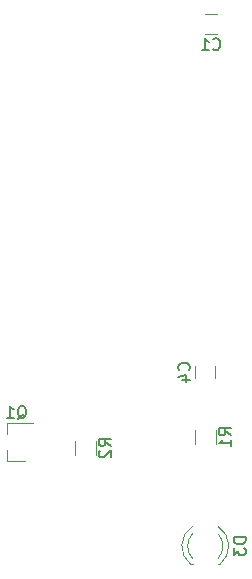
<source format=gbr>
G04 #@! TF.FileFunction,Legend,Bot*
%FSLAX46Y46*%
G04 Gerber Fmt 4.6, Leading zero omitted, Abs format (unit mm)*
G04 Created by KiCad (PCBNEW 4.0.7-e2-6376~58~ubuntu16.04.1) date Wed Nov  1 22:14:58 2017*
%MOMM*%
%LPD*%
G01*
G04 APERTURE LIST*
%ADD10C,0.100000*%
%ADD11C,0.120000*%
%ADD12C,0.150000*%
G04 APERTURE END LIST*
D10*
D11*
X122400000Y-63080000D02*
X121400000Y-63080000D01*
X121400000Y-61380000D02*
X122400000Y-61380000D01*
X104666000Y-99182000D02*
X104666000Y-98252000D01*
X104666000Y-96022000D02*
X104666000Y-96952000D01*
X104666000Y-96022000D02*
X106826000Y-96022000D01*
X104666000Y-99182000D02*
X106126000Y-99182000D01*
X120532000Y-96602000D02*
X120532000Y-97802000D01*
X122292000Y-97802000D02*
X122292000Y-96602000D01*
X110372000Y-97524000D02*
X110372000Y-98724000D01*
X112132000Y-98724000D02*
X112132000Y-97524000D01*
X122490608Y-104753665D02*
G75*
G02X122647516Y-107986000I-1078608J-1672335D01*
G01*
X120333392Y-104753665D02*
G75*
G03X120176484Y-107986000I1078608J-1672335D01*
G01*
X122491837Y-105384870D02*
G75*
G02X122492000Y-107466961I-1079837J-1041130D01*
G01*
X120332163Y-105384870D02*
G75*
G03X120332000Y-107466961I1079837J-1041130D01*
G01*
X122648000Y-107986000D02*
X122492000Y-107986000D01*
X120332000Y-107986000D02*
X120176000Y-107986000D01*
X120562000Y-92194000D02*
X120562000Y-91194000D01*
X122262000Y-91194000D02*
X122262000Y-92194000D01*
D12*
X122066666Y-64337143D02*
X122114285Y-64384762D01*
X122257142Y-64432381D01*
X122352380Y-64432381D01*
X122495238Y-64384762D01*
X122590476Y-64289524D01*
X122638095Y-64194286D01*
X122685714Y-64003810D01*
X122685714Y-63860952D01*
X122638095Y-63670476D01*
X122590476Y-63575238D01*
X122495238Y-63480000D01*
X122352380Y-63432381D01*
X122257142Y-63432381D01*
X122114285Y-63480000D01*
X122066666Y-63527619D01*
X121114285Y-64432381D02*
X121685714Y-64432381D01*
X121400000Y-64432381D02*
X121400000Y-63432381D01*
X121495238Y-63575238D01*
X121590476Y-63670476D01*
X121685714Y-63718095D01*
X105521238Y-95649619D02*
X105616476Y-95602000D01*
X105711714Y-95506762D01*
X105854571Y-95363905D01*
X105949810Y-95316286D01*
X106045048Y-95316286D01*
X105997429Y-95554381D02*
X106092667Y-95506762D01*
X106187905Y-95411524D01*
X106235524Y-95221048D01*
X106235524Y-94887714D01*
X106187905Y-94697238D01*
X106092667Y-94602000D01*
X105997429Y-94554381D01*
X105806952Y-94554381D01*
X105711714Y-94602000D01*
X105616476Y-94697238D01*
X105568857Y-94887714D01*
X105568857Y-95221048D01*
X105616476Y-95411524D01*
X105711714Y-95506762D01*
X105806952Y-95554381D01*
X105997429Y-95554381D01*
X104616476Y-95554381D02*
X105187905Y-95554381D01*
X104902191Y-95554381D02*
X104902191Y-94554381D01*
X104997429Y-94697238D01*
X105092667Y-94792476D01*
X105187905Y-94840095D01*
X123564381Y-97035334D02*
X123088190Y-96702000D01*
X123564381Y-96463905D02*
X122564381Y-96463905D01*
X122564381Y-96844858D01*
X122612000Y-96940096D01*
X122659619Y-96987715D01*
X122754857Y-97035334D01*
X122897714Y-97035334D01*
X122992952Y-96987715D01*
X123040571Y-96940096D01*
X123088190Y-96844858D01*
X123088190Y-96463905D01*
X123564381Y-97987715D02*
X123564381Y-97416286D01*
X123564381Y-97702000D02*
X122564381Y-97702000D01*
X122707238Y-97606762D01*
X122802476Y-97511524D01*
X122850095Y-97416286D01*
X113404381Y-97957334D02*
X112928190Y-97624000D01*
X113404381Y-97385905D02*
X112404381Y-97385905D01*
X112404381Y-97766858D01*
X112452000Y-97862096D01*
X112499619Y-97909715D01*
X112594857Y-97957334D01*
X112737714Y-97957334D01*
X112832952Y-97909715D01*
X112880571Y-97862096D01*
X112928190Y-97766858D01*
X112928190Y-97385905D01*
X112499619Y-98338286D02*
X112452000Y-98385905D01*
X112404381Y-98481143D01*
X112404381Y-98719239D01*
X112452000Y-98814477D01*
X112499619Y-98862096D01*
X112594857Y-98909715D01*
X112690095Y-98909715D01*
X112832952Y-98862096D01*
X113404381Y-98290667D01*
X113404381Y-98909715D01*
X124824381Y-105687905D02*
X123824381Y-105687905D01*
X123824381Y-105926000D01*
X123872000Y-106068858D01*
X123967238Y-106164096D01*
X124062476Y-106211715D01*
X124252952Y-106259334D01*
X124395810Y-106259334D01*
X124586286Y-106211715D01*
X124681524Y-106164096D01*
X124776762Y-106068858D01*
X124824381Y-105926000D01*
X124824381Y-105687905D01*
X123824381Y-106592667D02*
X123824381Y-107211715D01*
X124205333Y-106878381D01*
X124205333Y-107021239D01*
X124252952Y-107116477D01*
X124300571Y-107164096D01*
X124395810Y-107211715D01*
X124633905Y-107211715D01*
X124729143Y-107164096D01*
X124776762Y-107116477D01*
X124824381Y-107021239D01*
X124824381Y-106735524D01*
X124776762Y-106640286D01*
X124729143Y-106592667D01*
X120019143Y-91527334D02*
X120066762Y-91479715D01*
X120114381Y-91336858D01*
X120114381Y-91241620D01*
X120066762Y-91098762D01*
X119971524Y-91003524D01*
X119876286Y-90955905D01*
X119685810Y-90908286D01*
X119542952Y-90908286D01*
X119352476Y-90955905D01*
X119257238Y-91003524D01*
X119162000Y-91098762D01*
X119114381Y-91241620D01*
X119114381Y-91336858D01*
X119162000Y-91479715D01*
X119209619Y-91527334D01*
X119447714Y-92384477D02*
X120114381Y-92384477D01*
X119066762Y-92146381D02*
X119781048Y-91908286D01*
X119781048Y-92527334D01*
M02*

</source>
